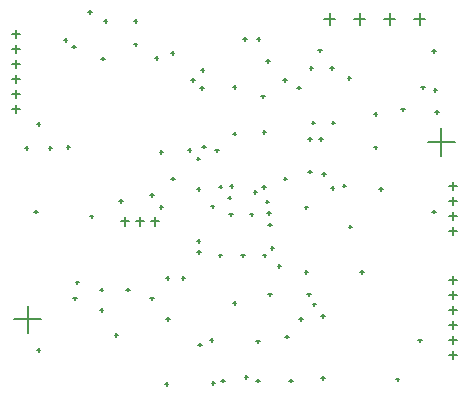
<source format=gbr>
%TF.GenerationSoftware,Altium Limited,Altium Designer,20.1.14 (287)*%
G04 Layer_Color=128*
%FSLAX45Y45*%
%MOMM*%
%TF.SameCoordinates,D919A4BC-3EF6-4BA5-801F-EB9C9E4D33F9*%
%TF.FilePolarity,Positive*%
%TF.FileFunction,Drillmap*%
%TF.Part,Single*%
G01*
G75*
%TA.AperFunction,NonConductor*%
%ADD116C,0.12700*%
D116*
X3635000Y2200000D02*
X3865000D01*
X3750000Y2085000D02*
Y2315000D01*
X135000Y700000D02*
X365000D01*
X250000Y585000D02*
Y815000D01*
X115000Y2476701D02*
X185000D01*
X150000Y2441701D02*
Y2511701D01*
X115000Y2603701D02*
X185000D01*
X150000Y2568701D02*
Y2638701D01*
X115000Y2730701D02*
X185000D01*
X150000Y2695701D02*
Y2765701D01*
X115000Y2857701D02*
X185000D01*
X150000Y2822701D02*
Y2892701D01*
X115000Y2984701D02*
X185000D01*
X150000Y2949701D02*
Y3019701D01*
X115000Y3111701D02*
X185000D01*
X150000Y3076701D02*
Y3146701D01*
X3815000Y1447825D02*
X3885000D01*
X3850000Y1412825D02*
Y1482825D01*
X3815000Y1574825D02*
X3885000D01*
X3850000Y1539825D02*
Y1609825D01*
X3815000Y1701825D02*
X3885000D01*
X3850000Y1666825D02*
Y1736825D01*
X3815000Y1828825D02*
X3885000D01*
X3850000Y1793825D02*
Y1863825D01*
X3815000Y396000D02*
X3885000D01*
X3850000Y361000D02*
Y431000D01*
X3815000Y523000D02*
X3885000D01*
X3850000Y488000D02*
Y558000D01*
X3815000Y650000D02*
X3885000D01*
X3850000Y615000D02*
Y685000D01*
X3815000Y777000D02*
X3885000D01*
X3850000Y742000D02*
Y812000D01*
X3815000Y904000D02*
X3885000D01*
X3850000Y869000D02*
Y939000D01*
X3815000Y1031000D02*
X3885000D01*
X3850000Y996000D02*
Y1066000D01*
X3262371Y3239427D02*
X3362371D01*
X3312371Y3189427D02*
Y3289426D01*
X3008371Y3239427D02*
X3108371D01*
X3058371Y3189427D02*
Y3289426D01*
X2754371Y3239427D02*
X2854371D01*
X2804371Y3189427D02*
Y3289426D01*
X3516371Y3239427D02*
X3616371D01*
X3566371Y3189427D02*
Y3289426D01*
X1292000Y1526274D02*
X1362000D01*
X1327000Y1491274D02*
Y1561274D01*
X1165000Y1526274D02*
X1235000D01*
X1200000Y1491274D02*
Y1561274D01*
X1038000Y1526274D02*
X1108000D01*
X1073000Y1491274D02*
Y1561274D01*
X3178871Y2153065D02*
X3208871D01*
X3193871Y2138065D02*
Y2168064D01*
X2814994Y1809996D02*
X2844994D01*
X2829994Y1794996D02*
Y1824996D01*
X2465000Y180000D02*
X2495000D01*
X2480000Y165000D02*
Y195000D01*
X3675000Y1610000D02*
X3705000D01*
X3690000Y1595000D02*
Y1625000D01*
X577500Y2157500D02*
X607500D01*
X592500Y2142500D02*
Y2172500D01*
X2130000Y1586274D02*
X2160000D01*
X2145000Y1571274D02*
Y1601274D01*
X2262138Y1694504D02*
X2292138D01*
X2277138Y1679504D02*
Y1709504D01*
X3696912Y2454585D02*
X3726912D01*
X3711912Y2439585D02*
Y2469585D01*
X2651391Y2364177D02*
X2681391D01*
X2666391Y2349177D02*
Y2379177D01*
X2532592Y2660000D02*
X2562592D01*
X2547592Y2645000D02*
Y2675000D01*
X2821721Y2364177D02*
X2851721D01*
X2836721Y2349177D02*
Y2379177D01*
X1985000Y2270148D02*
X2015000D01*
X2000000Y2255148D02*
Y2285148D01*
X1678784Y2058572D02*
X1708783D01*
X1693784Y2043572D02*
Y2073572D01*
X1838444Y2127509D02*
X1868444D01*
X1853444Y2112509D02*
Y2142509D01*
X1679752Y1799258D02*
X1709752D01*
X1694752Y1784258D02*
Y1814258D01*
X1866618Y1821618D02*
X1896618D01*
X1881618Y1806618D02*
Y1836618D01*
X1680114Y1360607D02*
X1710114D01*
X1695114Y1345607D02*
Y1375607D01*
X1685000Y1270000D02*
X1715000D01*
X1700000Y1255000D02*
Y1285000D01*
X1690784Y483915D02*
X1720783D01*
X1705783Y468915D02*
Y498915D01*
X1605000Y2130865D02*
X1635000D01*
X1620000Y2115865D02*
Y2145865D01*
X1725000Y2160000D02*
X1755000D01*
X1740000Y2145000D02*
Y2175000D01*
X1365000Y2113799D02*
X1395000D01*
X1380000Y2098799D02*
Y2128799D01*
X869216Y2905001D02*
X899216D01*
X884216Y2890001D02*
Y2920001D01*
X1146895Y3025000D02*
X1176895D01*
X1161895Y3010000D02*
Y3040000D01*
X2624273Y2223700D02*
X2654273D01*
X2639273Y2208700D02*
Y2238700D01*
X2741474Y1926334D02*
X2771474D01*
X2756474Y1911334D02*
Y1941334D01*
X2414995Y1889996D02*
X2444995D01*
X2429995Y1874996D02*
Y1904996D01*
X2160624Y1775625D02*
X2190624D01*
X2175624Y1760625D02*
Y1790625D01*
X2235000Y1820000D02*
X2265000D01*
X2250000Y1805000D02*
Y1835000D01*
X2592591Y1645500D02*
X2622591D01*
X2607591Y1630500D02*
Y1660500D01*
X2277456Y1600456D02*
X2307456D01*
X2292456Y1585456D02*
Y1615456D01*
X2965000Y1482000D02*
X2995000D01*
X2980000Y1467000D02*
Y1497000D01*
X2304995Y1299997D02*
X2334995D01*
X2319995Y1284997D02*
Y1314997D01*
X2364995Y1149998D02*
X2394995D01*
X2379995Y1134998D02*
Y1164998D01*
X2660000Y825000D02*
X2690000D01*
X2675000Y810000D02*
Y840000D01*
X1960000Y1825000D02*
X1990000D01*
X1975000Y1810000D02*
Y1840000D01*
X2735000Y725000D02*
X2765000D01*
X2750000Y710000D02*
Y740000D01*
X1285000Y1750000D02*
X1315000D01*
X1300000Y1735000D02*
Y1765000D01*
X1800000Y1654876D02*
X1830000D01*
X1815000Y1639876D02*
Y1669876D01*
X1953230Y1586274D02*
X1983229D01*
X1968229Y1571274D02*
Y1601274D01*
X2285000Y1500000D02*
X2315000D01*
X2300000Y1485000D02*
Y1515000D01*
X1865000Y1240000D02*
X1895000D01*
X1880000Y1225000D02*
Y1255000D01*
X1942406Y1728365D02*
X1972406D01*
X1957406Y1713365D02*
Y1743365D01*
X2240000Y1240000D02*
X2270000D01*
X2255000Y1225000D02*
Y1255000D01*
X1365000Y1650000D02*
X1395000D01*
X1380000Y1635000D02*
Y1665000D01*
X2055000Y1240000D02*
X2085000D01*
X2070000Y1225000D02*
Y1255000D01*
X1789794Y523379D02*
X1819794D01*
X1804794Y508379D02*
Y538379D01*
X304999Y1609997D02*
X334999D01*
X319999Y1594997D02*
Y1624997D01*
X2808370Y2825000D02*
X2838370D01*
X2823370Y2810000D02*
Y2840000D01*
X3581173Y2660827D02*
X3611173D01*
X3596173Y2645827D02*
Y2675826D01*
X1146895Y3225000D02*
X1176895D01*
X1161895Y3210000D02*
Y3240000D01*
X2268185Y2886626D02*
X2298185D01*
X2283185Y2871626D02*
Y2901626D01*
X2237251Y2282127D02*
X2267251D01*
X2252251Y2267127D02*
Y2297126D01*
X3555000Y520000D02*
X3585000D01*
X3570000Y505000D02*
Y535000D01*
X2592500Y1100000D02*
X2622500D01*
X2607500Y1085000D02*
Y1115000D01*
X2546771Y700000D02*
X2576771D01*
X2561771Y685000D02*
Y715000D01*
X2285000Y910000D02*
X2315000D01*
X2300000Y895000D02*
Y925000D01*
X2185000Y511972D02*
X2215000D01*
X2200000Y496972D02*
Y526972D01*
X1423500Y700000D02*
X1453500D01*
X1438500Y685000D02*
Y715000D01*
X1552500Y1050000D02*
X1582500D01*
X1567500Y1035000D02*
Y1065000D01*
X1024641Y1700000D02*
X1054641D01*
X1039641Y1685000D02*
Y1715000D01*
X760000Y3299216D02*
X790000D01*
X775000Y3284216D02*
Y3314216D01*
X625000Y3006552D02*
X655000D01*
X640000Y2991552D02*
Y3021552D01*
X555000Y3065000D02*
X585000D01*
X570000Y3050000D02*
Y3080000D01*
X892500Y3225000D02*
X922500D01*
X907500Y3210000D02*
Y3240000D01*
X1417500Y1050000D02*
X1447500D01*
X1432500Y1035000D02*
Y1065000D01*
X2188185Y3072627D02*
X2218185D01*
X2203185Y3057627D02*
Y3087627D01*
X2073185Y3072627D02*
X2103185D01*
X2088185Y3057627D02*
Y3087627D01*
X2225000Y2585126D02*
X2255000D01*
X2240000Y2570126D02*
Y2600126D01*
X2957370Y2743326D02*
X2987370D01*
X2972370Y2728327D02*
Y2758326D01*
X3408871Y2475126D02*
X3438871D01*
X3423871Y2460126D02*
Y2490126D01*
X2915000Y1830000D02*
X2945000D01*
X2930000Y1815000D02*
Y1845000D01*
X3225000Y1800000D02*
X3255000D01*
X3240000Y1785000D02*
Y1815000D01*
X1985000Y836197D02*
X2015000D01*
X2000000Y821197D02*
Y851197D01*
X1805000Y160000D02*
X1835000D01*
X1820000Y145000D02*
Y175000D01*
X2615000Y910000D02*
X2645000D01*
X2630000Y895000D02*
Y925000D01*
X3065000Y1100000D02*
X3095000D01*
X3080000Y1085000D02*
Y1115000D01*
X3365000Y190000D02*
X3395000D01*
X3380000Y175000D02*
Y205000D01*
X325000Y440000D02*
X355000D01*
X340000Y425000D02*
Y455000D01*
X985000Y566200D02*
X1015000D01*
X1000000Y551200D02*
Y581200D01*
X1325000Y2910000D02*
X1355000D01*
X1340000Y2895000D02*
Y2925000D01*
X1715000Y2810000D02*
X1745000D01*
X1730000Y2795000D02*
Y2825000D01*
X1985000Y2665333D02*
X2015000D01*
X2000000Y2650333D02*
Y2680333D01*
X1460000Y2955126D02*
X1490000D01*
X1475000Y2940126D02*
Y2970126D01*
X1635000Y2725000D02*
X1665000D01*
X1650000Y2710000D02*
Y2740000D01*
X1465000Y1890000D02*
X1495000D01*
X1480000Y1875000D02*
Y1905000D01*
X775000Y1570000D02*
X805000D01*
X790000Y1555000D02*
Y1585000D01*
X655000Y1010000D02*
X685000D01*
X670000Y995000D02*
Y1025000D01*
X325000Y2350000D02*
X355000D01*
X340000Y2335000D02*
Y2365000D01*
X3685000Y2640000D02*
X3715000D01*
X3700000Y2625000D02*
Y2655000D01*
X3178871Y2435454D02*
X3208871D01*
X3193871Y2420454D02*
Y2450454D01*
X3675000Y2970000D02*
X3705000D01*
X3690000Y2955000D02*
Y2985000D01*
X2185000Y180000D02*
X2215000D01*
X2200000Y165000D02*
Y195000D01*
X2085000Y210000D02*
X2115000D01*
X2100000Y195000D02*
Y225000D01*
X1885000Y180000D02*
X1915000D01*
X1900000Y165000D02*
Y195000D01*
X2431056Y552348D02*
X2461056D01*
X2446056Y537348D02*
Y567348D01*
X2717864Y2224118D02*
X2747864D01*
X2732864Y2209119D02*
Y2239118D01*
X2635000Y2825000D02*
X2665000D01*
X2650000Y2810000D02*
Y2840000D01*
X2710000Y2975000D02*
X2740000D01*
X2725000Y2960000D02*
Y2990000D01*
X2624273Y1948700D02*
X2654273D01*
X2639273Y1933700D02*
Y1963700D01*
X2410000Y2725000D02*
X2440000D01*
X2425000Y2710000D02*
Y2740000D01*
X1710000Y2655000D02*
X1740000D01*
X1725000Y2640000D02*
Y2670000D01*
X225000Y2150000D02*
X255000D01*
X240000Y2135000D02*
Y2165000D01*
X425000Y2150000D02*
X455000D01*
X440000Y2135000D02*
Y2165000D01*
X1410000Y150000D02*
X1440000D01*
X1425000Y135000D02*
Y165000D01*
X2735000Y200000D02*
X2765000D01*
X2750000Y185000D02*
Y215000D01*
X1285000Y875000D02*
X1315000D01*
X1300000Y860000D02*
Y890000D01*
X860000Y775000D02*
X890000D01*
X875000Y760000D02*
Y790000D01*
X1085000Y950000D02*
X1115000D01*
X1100000Y935000D02*
Y965000D01*
X635000Y875000D02*
X665000D01*
X650000Y860000D02*
Y890000D01*
X860000Y950000D02*
X890000D01*
X875000Y935000D02*
Y965000D01*
%TF.MD5,f66658434c06b83020cdc43b47e96578*%
M02*

</source>
